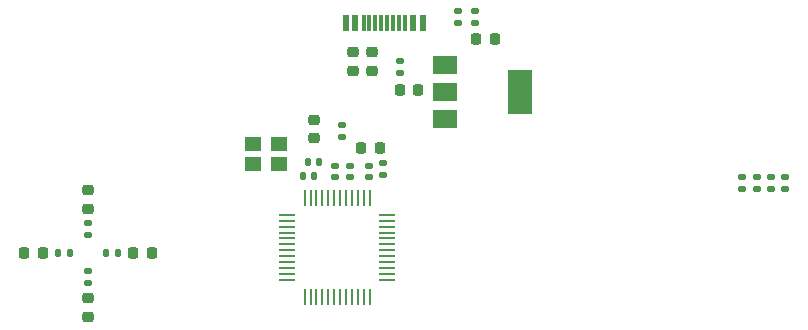
<source format=gbr>
%TF.GenerationSoftware,KiCad,Pcbnew,(6.0.7)*%
%TF.CreationDate,2022-08-25T14:46:55-07:00*%
%TF.ProjectId,mini_consolev2,6d696e69-5f63-46f6-9e73-6f6c6576322e,rev?*%
%TF.SameCoordinates,Original*%
%TF.FileFunction,Paste,Top*%
%TF.FilePolarity,Positive*%
%FSLAX46Y46*%
G04 Gerber Fmt 4.6, Leading zero omitted, Abs format (unit mm)*
G04 Created by KiCad (PCBNEW (6.0.7)) date 2022-08-25 14:46:55*
%MOMM*%
%LPD*%
G01*
G04 APERTURE LIST*
G04 Aperture macros list*
%AMRoundRect*
0 Rectangle with rounded corners*
0 $1 Rounding radius*
0 $2 $3 $4 $5 $6 $7 $8 $9 X,Y pos of 4 corners*
0 Add a 4 corners polygon primitive as box body*
4,1,4,$2,$3,$4,$5,$6,$7,$8,$9,$2,$3,0*
0 Add four circle primitives for the rounded corners*
1,1,$1+$1,$2,$3*
1,1,$1+$1,$4,$5*
1,1,$1+$1,$6,$7*
1,1,$1+$1,$8,$9*
0 Add four rect primitives between the rounded corners*
20,1,$1+$1,$2,$3,$4,$5,0*
20,1,$1+$1,$4,$5,$6,$7,0*
20,1,$1+$1,$6,$7,$8,$9,0*
20,1,$1+$1,$8,$9,$2,$3,0*%
G04 Aperture macros list end*
%ADD10RoundRect,0.135000X-0.185000X0.135000X-0.185000X-0.135000X0.185000X-0.135000X0.185000X0.135000X0*%
%ADD11RoundRect,0.140000X0.170000X-0.140000X0.170000X0.140000X-0.170000X0.140000X-0.170000X-0.140000X0*%
%ADD12RoundRect,0.218750X-0.256250X0.218750X-0.256250X-0.218750X0.256250X-0.218750X0.256250X0.218750X0*%
%ADD13RoundRect,0.225000X0.250000X-0.225000X0.250000X0.225000X-0.250000X0.225000X-0.250000X-0.225000X0*%
%ADD14R,1.400000X1.200000*%
%ADD15R,0.600000X1.450000*%
%ADD16R,0.300000X1.450000*%
%ADD17RoundRect,0.135000X0.185000X-0.135000X0.185000X0.135000X-0.185000X0.135000X-0.185000X-0.135000X0*%
%ADD18RoundRect,0.218750X-0.218750X-0.256250X0.218750X-0.256250X0.218750X0.256250X-0.218750X0.256250X0*%
%ADD19RoundRect,0.218750X0.218750X0.256250X-0.218750X0.256250X-0.218750X-0.256250X0.218750X-0.256250X0*%
%ADD20RoundRect,0.225000X0.225000X0.250000X-0.225000X0.250000X-0.225000X-0.250000X0.225000X-0.250000X0*%
%ADD21RoundRect,0.218750X0.256250X-0.218750X0.256250X0.218750X-0.256250X0.218750X-0.256250X-0.218750X0*%
%ADD22RoundRect,0.135000X-0.135000X-0.185000X0.135000X-0.185000X0.135000X0.185000X-0.135000X0.185000X0*%
%ADD23R,2.000000X1.500000*%
%ADD24R,2.000000X3.800000*%
%ADD25RoundRect,0.140000X0.140000X0.170000X-0.140000X0.170000X-0.140000X-0.170000X0.140000X-0.170000X0*%
%ADD26RoundRect,0.135000X0.135000X0.185000X-0.135000X0.185000X-0.135000X-0.185000X0.135000X-0.185000X0*%
%ADD27R,0.279400X1.461999*%
%ADD28R,1.461999X0.279400*%
G04 APERTURE END LIST*
D10*
%TO.C,R8*%
X195600000Y-81690000D03*
X195600000Y-82710000D03*
%TD*%
D11*
%TO.C,C3*%
X164000000Y-81680000D03*
X164000000Y-80720000D03*
%TD*%
D12*
%TO.C,F1*%
X164200000Y-71093750D03*
X164200000Y-72668750D03*
%TD*%
D13*
%TO.C,C1*%
X159342500Y-78357500D03*
X159342500Y-76807500D03*
%TD*%
D14*
%TO.C,HSE1*%
X156342500Y-78882500D03*
X154142500Y-78882500D03*
X154142500Y-80582500D03*
X156342500Y-80582500D03*
%TD*%
D15*
%TO.C,J4*%
X168530000Y-68611250D03*
X167730000Y-68611250D03*
D16*
X166530000Y-68611250D03*
X165530000Y-68611250D03*
X165030000Y-68611250D03*
X164030000Y-68611250D03*
D15*
X162030000Y-68611250D03*
X162830000Y-68611250D03*
D16*
X163530000Y-68611250D03*
X164530000Y-68611250D03*
X166030000Y-68611250D03*
X167030000Y-68611250D03*
%TD*%
D17*
%TO.C,R9*%
X166587500Y-72893750D03*
X166587500Y-71873750D03*
%TD*%
%TO.C,R2*%
X140208000Y-90682000D03*
X140208000Y-89662000D03*
%TD*%
D18*
%TO.C,FB1*%
X163312500Y-79200000D03*
X164887500Y-79200000D03*
%TD*%
D11*
%TO.C,C5*%
X161742500Y-78262500D03*
X161742500Y-77302500D03*
%TD*%
%TO.C,C2*%
X161142500Y-81680000D03*
X161142500Y-80720000D03*
%TD*%
D19*
%TO.C,PC1*%
X136387500Y-88138000D03*
X134812500Y-88138000D03*
%TD*%
D10*
%TO.C,R4*%
X140208000Y-85594000D03*
X140208000Y-86614000D03*
%TD*%
D20*
%TO.C,C7*%
X174625000Y-70000000D03*
X173075000Y-70000000D03*
%TD*%
D21*
%TO.C,PC4*%
X140208000Y-84353500D03*
X140208000Y-82778500D03*
%TD*%
D18*
%TO.C,PC3*%
X144018000Y-88138000D03*
X145593000Y-88138000D03*
%TD*%
D22*
%TO.C,R1*%
X137666000Y-88138000D03*
X138686000Y-88138000D03*
%TD*%
D23*
%TO.C,U2*%
X170450000Y-72193750D03*
X170450000Y-74493750D03*
D24*
X176750000Y-74493750D03*
D23*
X170450000Y-76793750D03*
%TD*%
D25*
%TO.C,C10*%
X159342500Y-81582500D03*
X158382500Y-81582500D03*
%TD*%
D17*
%TO.C,R10*%
X171500000Y-68610000D03*
X171500000Y-67590000D03*
%TD*%
D10*
%TO.C,R11*%
X173000000Y-67590000D03*
X173000000Y-68610000D03*
%TD*%
D13*
%TO.C,C8*%
X162600000Y-72681250D03*
X162600000Y-71131250D03*
%TD*%
D11*
%TO.C,C4*%
X162342500Y-81680000D03*
X162342500Y-80720000D03*
%TD*%
D10*
%TO.C,R5*%
X199200000Y-81690000D03*
X199200000Y-82710000D03*
%TD*%
D26*
%TO.C,R3*%
X142752000Y-88138000D03*
X141732000Y-88138000D03*
%TD*%
D12*
%TO.C,PC2*%
X140208000Y-91948000D03*
X140208000Y-93523000D03*
%TD*%
D25*
%TO.C,C9*%
X159742500Y-80382500D03*
X158782500Y-80382500D03*
%TD*%
D27*
%TO.C,U1*%
X164040000Y-83413600D03*
X163540001Y-83413600D03*
X163039999Y-83413600D03*
X162540000Y-83413600D03*
X162040001Y-83413600D03*
X161540000Y-83413600D03*
X161040000Y-83413600D03*
X160539999Y-83413600D03*
X160040000Y-83413600D03*
X159540001Y-83413600D03*
X159039999Y-83413600D03*
X158540000Y-83413600D03*
D28*
X157073600Y-84880000D03*
X157073600Y-85379999D03*
X157073600Y-85880001D03*
X157073600Y-86380000D03*
X157073600Y-86879999D03*
X157073600Y-87380000D03*
X157073600Y-87880000D03*
X157073600Y-88380001D03*
X157073600Y-88880000D03*
X157073600Y-89379999D03*
X157073600Y-89880001D03*
X157073600Y-90380000D03*
D27*
X158540000Y-91846400D03*
X159039999Y-91846400D03*
X159540001Y-91846400D03*
X160040000Y-91846400D03*
X160539999Y-91846400D03*
X161040000Y-91846400D03*
X161540000Y-91846400D03*
X162040001Y-91846400D03*
X162540000Y-91846400D03*
X163039999Y-91846400D03*
X163540001Y-91846400D03*
X164040000Y-91846400D03*
D28*
X165506400Y-90380000D03*
X165506400Y-89880001D03*
X165506400Y-89379999D03*
X165506400Y-88880000D03*
X165506400Y-88380001D03*
X165506400Y-87880000D03*
X165506400Y-87380000D03*
X165506400Y-86879999D03*
X165506400Y-86380000D03*
X165506400Y-85880001D03*
X165506400Y-85379999D03*
X165506400Y-84880000D03*
%TD*%
D11*
%TO.C,C6*%
X165142500Y-81462500D03*
X165142500Y-80502500D03*
%TD*%
D10*
%TO.C,R6*%
X198000000Y-81690000D03*
X198000000Y-82710000D03*
%TD*%
%TO.C,R7*%
X196800000Y-81690000D03*
X196800000Y-82710000D03*
%TD*%
D18*
%TO.C,D1*%
X166600000Y-74293750D03*
X168175000Y-74293750D03*
%TD*%
M02*

</source>
